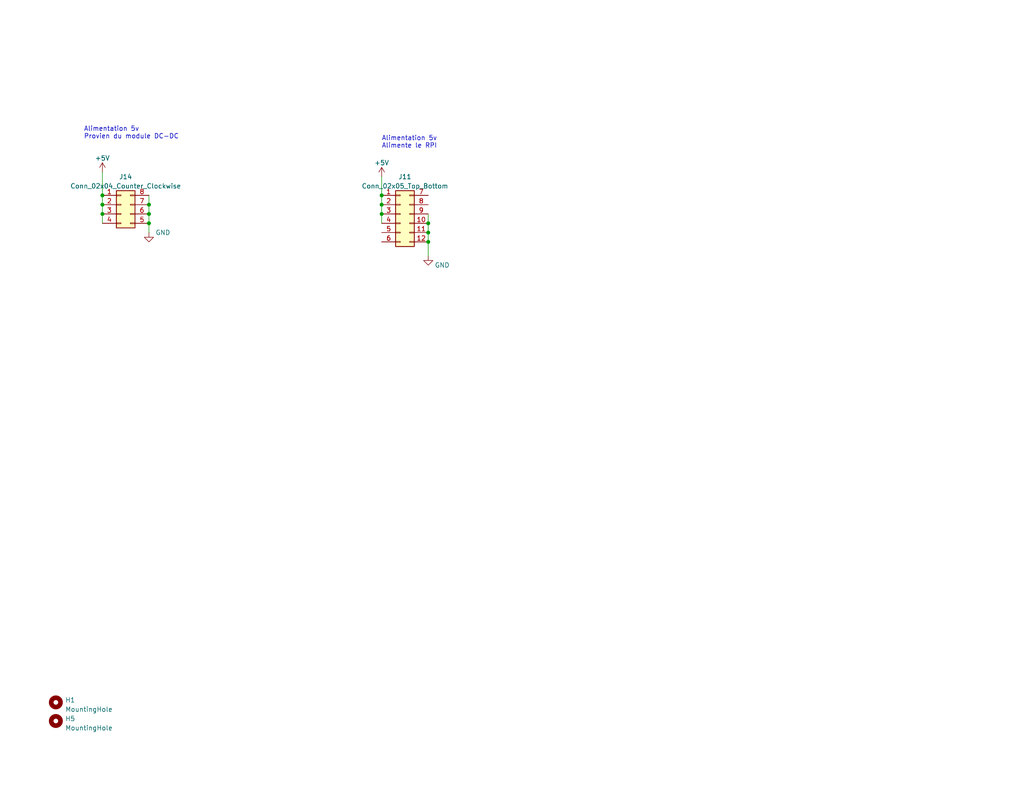
<source format=kicad_sch>
(kicad_sch (version 20230121) (generator eeschema)
  (paper "USLetter")
  (title_block (title "HydroB.") (date "2023-05-18") (rev "0.3") (company "Cidco"))
  (lib_symbols
    (symbol "Connector_Generic:Conn_02x04_Counter_Clockwise" (pin_names (offset 1.016) hide)
      (property "Reference" "J" (at 1.27 5.08 0))
      (property "Value" "Conn_02x04_Counter_Clockwise" (at 1.27 -7.62 0))
      (symbol "Conn_02x04_Counter_Clockwise_1_1"
        (rectangle (start -1.27 -4.953) (end 0 -5.207) (stroke (width 0.1524)))
        (rectangle (start -1.27 -2.413) (end 0 -2.667) (stroke (width 0.1524)))
        (rectangle (start -1.27 0.127) (end 0 -0.127) (stroke (width 0.1524)))
        (rectangle (start -1.27 2.667) (end 0 2.413) (stroke (width 0.1524)))
        (rectangle (start -1.27 3.81) (end 3.81 -6.35) (stroke (width 0.254)) (fill (type background)))
        (rectangle (start 3.81 -4.953) (end 2.54 -5.207) (stroke (width 0.1524)))
        (rectangle (start 3.81 -2.413) (end 2.54 -2.667) (stroke (width 0.1524)))
        (rectangle (start 3.81 0.127) (end 2.54 -0.127) (stroke (width 0.1524)))
        (rectangle (start 3.81 2.667) (end 2.54 2.413) (stroke (width 0.1524)))
        (pin passive line (at -5.08 2.54 0) (length 3.81) (name "Pin_1") (number "1"))
        (pin passive line (at -5.08 0 0) (length 3.81) (name "Pin_2") (number "2"))
        (pin passive line (at -5.08 -2.54 0) (length 3.81) (name "Pin_3") (number "3"))
        (pin passive line (at -5.08 -5.08 0) (length 3.81) (name "Pin_4") (number "4"))
        (pin passive line (at 7.62 -5.08 180) (length 3.81) (name "Pin_5") (number "5"))
        (pin passive line (at 7.62 -2.54 180) (length 3.81) (name "Pin_6") (number "6"))
        (pin passive line (at 7.62 0 180) (length 3.81) (name "Pin_7") (number "7"))
        (pin passive line (at 7.62 2.54 180) (length 3.81) (name "Pin_8") (number "8"))
      )
    )
    (symbol "Connector_Generic:Conn_02x06_Top_Bottom" (pin_names (offset 1.016) hide)
      (property "Reference" "J" (at 1.27 7.62 0))
      (property "Value" "Conn_02x06_Top_Bottom" (at 1.27 -10.16 0))
      (symbol "Conn_02x06_Top_Bottom_1_1"
        (rectangle (start -1.27 -7.493) (end 0 -7.747) (stroke (width 0.1524)))
        (rectangle (start -1.27 -4.953) (end 0 -5.207) (stroke (width 0.1524)))
        (rectangle (start -1.27 -2.413) (end 0 -2.667) (stroke (width 0.1524)))
        (rectangle (start -1.27 0.127) (end 0 -0.127) (stroke (width 0.1524)))
        (rectangle (start -1.27 2.667) (end 0 2.413) (stroke (width 0.1524)))
        (rectangle (start -1.27 5.207) (end 0 4.953) (stroke (width 0.1524)))
        (rectangle (start -1.27 6.35) (end 3.81 -8.89) (stroke (width 0.254)) (fill (type background)))
        (rectangle (start 3.81 -7.493) (end 2.54 -7.747) (stroke (width 0.1524)))
        (rectangle (start 3.81 -4.953) (end 2.54 -5.207) (stroke (width 0.1524)))
        (rectangle (start 3.81 -2.413) (end 2.54 -2.667) (stroke (width 0.1524)))
        (rectangle (start 3.81 0.127) (end 2.54 -0.127) (stroke (width 0.1524)))
        (rectangle (start 3.81 2.667) (end 2.54 2.413) (stroke (width 0.1524)))
        (rectangle (start 3.81 5.207) (end 2.54 4.953) (stroke (width 0.1524)))
        (pin passive line (at -5.08 5.08 0) (length 3.81) (name "Pin_1") (number "1"))
        (pin passive line (at 7.62 -2.54 180) (length 3.81) (name "Pin_10") (number "10"))
        (pin passive line (at 7.62 -5.08 180) (length 3.81) (name "Pin_11") (number "11"))
        (pin passive line (at 7.62 -7.62 180) (length 3.81) (name "Pin_12") (number "12"))
        (pin passive line (at -5.08 2.54 0) (length 3.81) (name "Pin_2") (number "2"))
        (pin passive line (at -5.08 0 0) (length 3.81) (name "Pin_3") (number "3"))
        (pin passive line (at -5.08 -2.54 0) (length 3.81) (name "Pin_4") (number "4"))
        (pin passive line (at -5.08 -5.08 0) (length 3.81) (name "Pin_5") (number "5"))
        (pin passive line (at -5.08 -7.62 0) (length 3.81) (name "Pin_6") (number "6"))
        (pin passive line (at 7.62 5.08 180) (length 3.81) (name "Pin_7") (number "7"))
        (pin passive line (at 7.62 2.54 180) (length 3.81) (name "Pin_8") (number "8"))
        (pin passive line (at 7.62 0 180) (length 3.81) (name "Pin_9") (number "9"))
      )
    )
    (symbol "Mechanical:MountingHole" (pin_names (offset 1.016))
      (property "Reference" "H" (at 0 5.08 0))
      (property "Value" "MountingHole" (at 0 3.175 0))
      (symbol "MountingHole_0_1"
        (circle (center 0 0) (radius 1.27) (stroke (width 1.27)))
      )
    )
    (symbol "power:+5V" (power) (pin_names (offset 0))
      (property "Value" "+5V" (at 0 3.556 0))
      (symbol "+5V_0_1"
        (polyline (pts (xy -0.762 1.27) (xy 0 2.54)))
        (polyline (pts (xy 0 0) (xy 0 2.54)))
        (polyline (pts (xy 0 2.54) (xy 0.762 1.27)))
      )
      (symbol "+5V_1_1"
        (pin power_in line (at 0 0 90) (length 0) hide (name "+5V") (number "1"))
      )
    )
    (symbol "power:GND" (power) (pin_names (offset 0))
      (property "Value" "GND" (at 0 -3.81 0))
      (symbol "GND_0_1"
        (polyline (pts (xy 0 0) (xy 0 -1.27) (xy 1.27 -1.27) (xy 0 -2.54) (xy -1.27 -1.27) (xy 0 -1.27)))
      )
      (symbol "GND_1_1"
        (pin power_in line (at 0 0 270) (length 0) hide (name "GND") (number "1"))
      )
    )
  )
  (junction (at 116.84 60.96))
  (junction (at 116.84 63.5))
  (junction (at 40.64 60.96))
  (junction (at 27.94 58.42))
  (junction (at 27.94 55.88))
  (junction (at 40.64 55.88))
  (junction (at 104.14 55.88))
  (junction (at 40.64 58.42))
  (junction (at 104.14 58.42))
  (junction (at 104.14 53.34))
  (junction (at 116.84 66.04))
  (junction (at 27.94 53.34))
  (wire (pts (xy 116.84 63.5) (xy 116.84 66.04)))
  (wire (pts (xy 104.14 55.88) (xy 104.14 58.42)))
  (wire (pts (xy 27.94 58.42) (xy 27.94 60.96)))
  (wire (pts (xy 40.64 55.88) (xy 40.64 58.42)))
  (wire (pts (xy 116.84 60.96) (xy 116.84 63.5)))
  (wire (pts (xy 40.64 58.42) (xy 40.64 60.96)))
  (wire (pts (xy 116.84 66.04) (xy 116.84 69.85)))
  (wire (pts (xy 104.14 48.26) (xy 104.14 53.34)))
  (wire (pts (xy 27.94 46.99) (xy 27.94 53.34)))
  (wire (pts (xy 27.94 55.88) (xy 27.94 58.42)))
  (wire (pts (xy 116.84 58.42) (xy 116.84 60.96)))
  (wire (pts (xy 104.14 58.42) (xy 104.14 60.96)))
  (wire (pts (xy 27.94 53.34) (xy 27.94 55.88)))
  (wire (pts (xy 40.64 53.34) (xy 40.64 55.88)))
  (wire (pts (xy 104.14 53.34) (xy 104.14 55.88)))
  (wire (pts (xy 40.64 60.96) (xy 40.64 63.5)))
  (text "Alimentation 5v \nAlimente le RPI " (at 104.14 40.64 0) (effects (font (size 1.27 1.27)) (justify left bottom)))
  (text "Alimentation 5v\nProvien du module DC-DC" (at 22.86 38.1 0) (effects (font (size 1.27 1.27)) (justify left bottom)))
  (symbol (lib_id "Mechanical:MountingHole") (at 15.24 196.85 0) (unit 1)
    (property "Reference" "H5" (at 17.78 196.215 0) (effects (justify left)))
    (property "Value" "MountingHole" (at 17.78 198.755 0) (effects (justify left)))
    (property "Footprint" "MountingHole:MountingHole_2.7mm_M2.5_ISO7380_Pad" (effects hide))
  )
  (symbol (lib_id "Connector_Generic:Conn_02x04_Counter_Clockwise") (at 33.02 55.88 0) (unit 1)
    (property "Reference" "J14" (at 34.29 48.26 0))
    (property "Value" "Conn_02x04_Counter_Clockwise" (at 34.29 50.8 0))
    (property "Footprint" "Connector_PinHeader_2.54mm:PinHeader_2x04_P2.54mm_Vertical" (effects hide))
  )
  (symbol (lib_id "power:GND") (at 40.64 63.5 0) (unit 1)
    (property "Reference" "#PWR048" (effects hide))
    (property "Value" "GND" (at 44.45 63.5 0))
  )
  (symbol (lib_id "Connector_Generic:Conn_02x06_Top_Bottom") (at 109.22 58.42 0) (unit 1)
    (property "Reference" "J11" (at 110.49 48.26 0))
    (property "Value" "Conn_02x05_Top_Bottom" (at 110.49 50.8 0))
    (property "Footprint" "Connector_PinHeader_2.54mm:PinHeader_2x06_P2.54mm_Vertical" (effects hide))
  )
  (symbol (lib_id "Mechanical:MountingHole") (at 15.24 191.77 0) (unit 1)
    (property "Reference" "H1" (at 17.78 191.135 0) (effects (justify left)))
    (property "Value" "MountingHole" (at 17.78 193.675 0) (effects (justify left)))
    (property "Footprint" "MountingHole:MountingHole_2.7mm_M2.5_ISO7380_Pad" (effects hide))
  )
  (symbol (lib_id "power:GND") (at 116.84 69.85 0) (unit 1)
    (property "Reference" "#PWR018" (effects hide))
    (property "Value" "GND" (at 120.65 72.39 0))
  )
  (symbol (lib_id "power:+5V") (at 27.94 46.99 0) (mirror y) (unit 1)
    (property "Reference" "#PWR01" (effects hide))
    (property "Value" "+5V" (at 27.94 43.18 0))
  )
  (symbol (lib_id "power:+5V") (at 104.14 48.26 0) (mirror y) (unit 1)
    (property "Reference" "#PWR047" (effects hide))
    (property "Value" "+5V" (at 104.14 44.45 0))
  )
)
</source>
